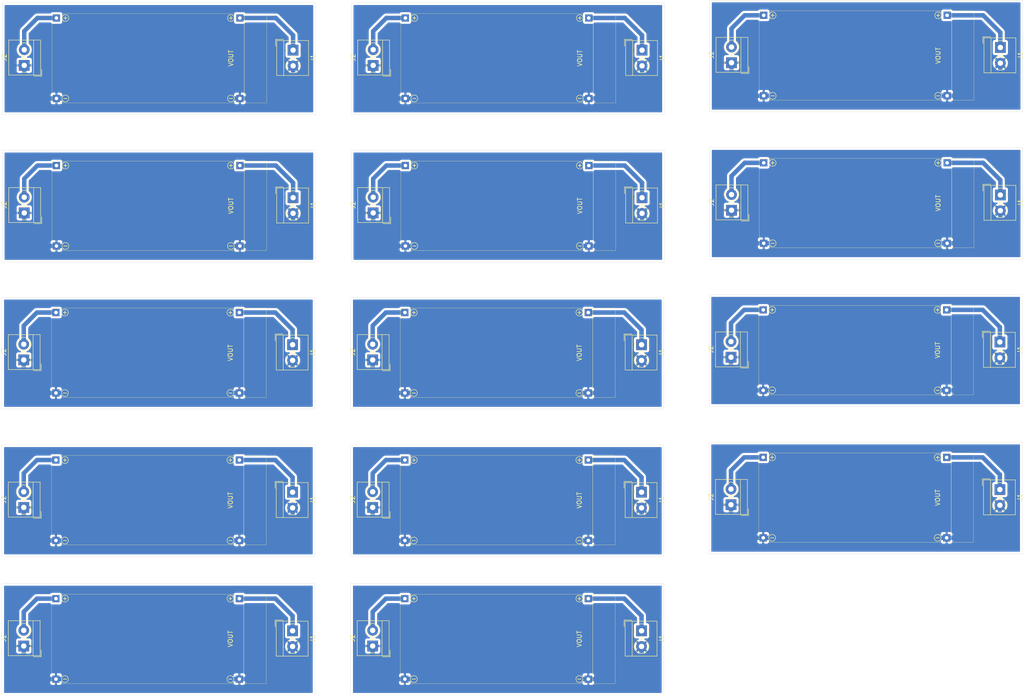
<source format=kicad_pcb>
(kicad_pcb (version 20240108) (generator "pcbnew") (generator_version "8.0")
  (layers (0 "F.Cu" signal) (31 "B.Cu" signal) (34 "B.Paste" user) (35 "F.Paste" user) (36 "B.SilkS" user "B.Silkscreen") (37 "F.SilkS" user "F.Silkscreen") (38 "B.Mask" user) (39 "F.Mask" user) (44 "Edge.Cuts" user))
  (net 0 "")
  (net 1 "Net-(J2-Pin_2)")
  (net 2 "Net-(J1-Pin_1)")
  (net 3 "GND")
  (footprint "TerminalBlock_4Ucon:TerminalBlock_4Ucon_1x02_P3.50mm_Horizontal" (layer "F.Cu") (at 82.9 93.2 -90)
    (property "Reference" "J1" (at 1.75 -4.46 90) (layer "F.SilkS"))
    (property "Value" "Screw_Terminal_01x02")
    (pad "1" thru_hole rect (at 0 0 270) (size 2.4 2.4) (drill 1.2) (layers "*.Cu" "*.Mask") (net 2 "Net-(J1-Pin_1)"))
    (pad "2" thru_hole circle (at 3.5 0 270) (size 2.4 2.4) (drill 1.2) (layers "*.Cu" "*.Mask") (net 3 "GND"))
  )
  (footprint "TerminalBlock_4Ucon:TerminalBlock_4Ucon_1x02_P3.50mm_Horizontal" (layer "F.Cu") (at 160.9 157.2 -90)
    (property "Reference" "J1" (at 1.75 -4.46 90) (layer "F.SilkS"))
    (property "Value" "Screw_Terminal_01x02")
    (pad "1" thru_hole rect (at 0 0 270) (size 2.4 2.4) (drill 1.2) (layers "*.Cu" "*.Mask") (net 2 "Net-(J1-Pin_1)"))
    (pad "2" thru_hole circle (at 3.5 0 270) (size 2.4 2.4) (drill 1.2) (layers "*.Cu" "*.Mask") (net 3 "GND"))
  )
  (footprint "RP2040-Zero:LM2596" (layer "F.Cu") (at 187.2125 51.5125)
    (property "Reference" "U1" (hide yes))
    (property "Value" "~" (hide yes))
    (fp_text user "+" (at 40 0.9365 0) (layer "F.SilkS"))
    (fp_text user "+" (at 3 0.9365 0) (layer "F.SilkS"))
    (fp_text user "VOUT" (at 40 10 -90) (layer "F.SilkS"))
    (fp_text user "-" (at 40 18.9365 0) (layer "F.SilkS"))
    (fp_text user "-" (at 3.004641 18.94 0) (layer "F.SilkS"))
    (pad "1" thru_hole rect (at 1 1 90) (size 1.6 1.6) (drill 0.8) (layers "*.Cu" "B.Mask") (net 1 "Net-(J2-Pin_2)"))
    (pad "2" thru_hole rect (at 1 19 90) (size 1.6 1.6) (drill 0.8) (layers "*.Cu" "B.Mask") (net 3 "GND"))
    (pad "3" thru_hole rect (at 42 1 90) (size 1.6 1.6) (drill 0.8) (layers "*.Cu" "B.Mask") (net 2 "Net-(J1-Pin_1)"))
    (pad "4" thru_hole rect (at 42 19 90) (size 1.6 1.6) (drill 0.8) (layers "*.Cu" "B.Mask") (net 3 "GND"))
  )
  (footprint "TerminalBlock_4Ucon:TerminalBlock_4Ucon_1x02_P3.50mm_Horizontal" (layer "F.Cu") (at 241 92.6 -90)
    (property "Reference" "J1" (at 1.75 -4.46 90) (layer "F.SilkS"))
    (property "Value" "Screw_Terminal_01x02")
    (pad "1" thru_hole rect (at 0 0 270) (size 2.4 2.4) (drill 1.2) (layers "*.Cu" "*.Mask") (net 2 "Net-(J1-Pin_1)"))
    (pad "2" thru_hole circle (at 3.5 0 270) (size 2.4 2.4) (drill 1.2) (layers "*.Cu" "*.Mask") (net 3 "GND"))
  )
  (footprint "RP2040-Zero:LM2596" (layer "F.Cu") (at 29.1125 52.1125)
    (property "Reference" "U1" (hide yes))
    (property "Value" "~" (hide yes))
    (fp_text user "+" (at 3 0.9365 0) (layer "F.SilkS"))
    (fp_text user "-" (at 40 18.9365 0) (layer "F.SilkS"))
    (fp_text user "-" (at 3.004641 18.94 0) (layer "F.SilkS"))
    (fp_text user "VOUT" (at 40 10 -90) (layer "F.SilkS"))
    (fp_text user "+" (at 40 0.9365 0) (layer "F.SilkS"))
    (pad "1" thru_hole rect (at 1 1 90) (size 1.6 1.6) (drill 0.8) (layers "*.Cu" "B.Mask") (net 1 "Net-(J2-Pin_2)"))
    (pad "2" thru_hole rect (at 1 19 90) (size 1.6 1.6) (drill 0.8) (layers "*.Cu" "B.Mask") (net 3 "GND"))
    (pad "3" thru_hole rect (at 42 1 90) (size 1.6 1.6) (drill 0.8) (layers "*.Cu" "B.Mask") (net 2 "Net-(J1-Pin_1)"))
    (pad "4" thru_hole rect (at 42 19 90) (size 1.6 1.6) (drill 0.8) (layers "*.Cu" "B.Mask") (net 3 "GND"))
  )
  (footprint "TerminalBlock_4Ucon:TerminalBlock_4Ucon_1x02_P3.50mm_Horizontal" (layer "F.Cu") (at 181.0125 63.1125 90)
    (property "Reference" "J2" (at 1.75 -4.46 90) (layer "F.SilkS"))
    (property "Value" "Screw_Terminal_01x02")
    (pad "1" thru_hole rect (at 0 0 90) (size 2.4 2.4) (drill 1.2) (layers "*.Cu" "*.Mask") (net 3 "GND"))
    (pad "2" thru_hole circle (at 3.5 0 90) (size 2.4 2.4) (drill 1.2) (layers "*.Cu" "*.Mask") (net 1 "Net-(J2-Pin_2)"))
  )
  (footprint "RP2040-Zero:LM2596" (layer "F.Cu") (at 29 85)
    (property "Reference" "U1" (hide yes))
    (property "Value" "~" (hide yes))
    (fp_text user "-" (at 40 18.9365 0) (layer "F.SilkS"))
    (fp_text user "+" (at 40 0.9365 0) (layer "F.SilkS"))
    (fp_text user "-" (at 3.004641 18.94 0) (layer "F.SilkS"))
    (fp_text user "+" (at 3 0.9365 0) (layer "F.SilkS"))
    (fp_text user "VOUT" (at 40 10 -90) (layer "F.SilkS"))
    (pad "1" thru_hole rect (at 1 1 90) (size 1.6 1.6) (drill 0.8) (layers "*.Cu" "B.Mask") (net 1 "Net-(J2-Pin_2)"))
    (pad "2" thru_hole rect (at 1 19 90) (size 1.6 1.6) (drill 0.8) (layers "*.Cu" "B.Mask") (net 3 "GND"))
    (pad "3" thru_hole rect (at 42 1 90) (size 1.6 1.6) (drill 0.8) (layers "*.Cu" "B.Mask") (net 2 "Net-(J1-Pin_1)"))
    (pad "4" thru_hole rect (at 42 19 90) (size 1.6 1.6) (drill 0.8) (layers "*.Cu" "B.Mask") (net 3 "GND"))
  )
  (footprint "TerminalBlock_4Ucon:TerminalBlock_4Ucon_1x02_P3.50mm_Horizontal" (layer "F.Cu") (at 241 125.6 -90)
    (property "Reference" "J1" (at 1.75 -4.46 90) (layer "F.SilkS"))
    (property "Value" "Screw_Terminal_01x02")
    (pad "1" thru_hole rect (at 0 0 270) (size 2.4 2.4) (drill 1.2) (layers "*.Cu" "*.Mask") (net 2 "Net-(J1-Pin_1)"))
    (pad "2" thru_hole circle (at 3.5 0 270) (size 2.4 2.4) (drill 1.2) (layers "*.Cu" "*.Mask") (net 3 "GND"))
  )
  (footprint "RP2040-Zero:LM2596" (layer "F.Cu") (at 29.1125 19.1125)
    (property "Reference" "U1" (hide yes))
    (property "Value" "~" (hide yes))
    (fp_text user "VOUT" (at 40 10 -90) (layer "F.SilkS"))
    (fp_text user "+" (at 3 0.9365 0) (layer "F.SilkS"))
    (fp_text user "-" (at 3.004641 18.94 0) (layer "F.SilkS"))
    (fp_text user "+" (at 40 0.9365 0) (layer "F.SilkS"))
    (fp_text user "-" (at 40 18.9365 0) (layer "F.SilkS"))
    (pad "1" thru_hole rect (at 1 1 90) (size 1.6 1.6) (drill 0.8) (layers "*.Cu" "B.Mask") (net 1 "Net-(J2-Pin_2)"))
    (pad "2" thru_hole rect (at 1 19 90) (size 1.6 1.6) (drill 0.8) (layers "*.Cu" "B.Mask") (net 3 "GND"))
    (pad "3" thru_hole rect (at 42 1 90) (size 1.6 1.6) (drill 0.8) (layers "*.Cu" "B.Mask") (net 2 "Net-(J1-Pin_1)"))
    (pad "4" thru_hole rect (at 42 19 90) (size 1.6 1.6) (drill 0.8) (layers "*.Cu" "B.Mask") (net 3 "GND"))
  )
  (footprint "TerminalBlock_4Ucon:TerminalBlock_4Ucon_1x02_P3.50mm_Horizontal" (layer "F.Cu") (at 83.0125 60.3125 -90)
    (property "Reference" "J1" (at 1.75 -4.46 90) (layer "F.SilkS"))
    (property "Value" "Screw_Terminal_01x02")
    (pad "1" thru_hole rect (at 0 0 270) (size 2.4 2.4) (drill 1.2) (layers "*.Cu" "*.Mask") (net 2 "Net-(J1-Pin_1)"))
    (pad "2" thru_hole circle (at 3.5 0 270) (size 2.4 2.4) (drill 1.2) (layers "*.Cu" "*.Mask") (net 3 "GND"))
  )
  (footprint "RP2040-Zero:LM2596" (layer "F.Cu") (at 187.2125 18.5125)
    (property "Reference" "U1" (hide yes))
    (property "Value" "~" (hide yes))
    (fp_text user "-" (at 40 18.9365 0) (layer "F.SilkS"))
    (fp_text user "VOUT" (at 40 10 -90) (layer "F.SilkS"))
    (fp_text user "-" (at 3.004641 18.94 0) (layer "F.SilkS"))
    (fp_text user "+" (at 40 0.9365 0) (layer "F.SilkS"))
    (fp_text user "+" (at 3 0.9365 0) (layer "F.SilkS"))
    (pad "1" thru_hole rect (at 1 1 90) (size 1.6 1.6) (drill 0.8) (layers "*.Cu" "B.Mask") (net 1 "Net-(J2-Pin_2)"))
    (pad "2" thru_hole rect (at 1 19 90) (size 1.6 1.6) (drill 0.8) (layers "*.Cu" "B.Mask") (net 3 "GND"))
    (pad "3" thru_hole rect (at 42 1 90) (size 1.6 1.6) (drill 0.8) (layers "*.Cu" "B.Mask") (net 2 "Net-(J1-Pin_1)"))
    (pad "4" thru_hole rect (at 42 19 90) (size 1.6 1.6) (drill 0.8) (layers "*.Cu" "B.Mask") (net 3 "GND"))
  )
  (footprint "RP2040-Zero:LM2596" (layer "F.Cu") (at 107 118)
    (property "Reference" "U1" (hide yes))
    (property "Value" "~" (hide yes))
    (fp_text user "VOUT" (at 40 10 -90) (layer "F.SilkS"))
    (fp_text user "-" (at 40 18.9365 0) (layer "F.SilkS"))
    (fp_text user "+" (at 3 0.9365 0) (layer "F.SilkS"))
    (fp_text user "-" (at 3.004641 18.94 0) (layer "F.SilkS"))
    (fp_text user "+" (at 40 0.9365 0) (layer "F.SilkS"))
    (pad "1" thru_hole rect (at 1 1 90) (size 1.6 1.6) (drill 0.8) (layers "*.Cu" "B.Mask") (net 1 "Net-(J2-Pin_2)"))
    (pad "2" thru_hole rect (at 1 19 90) (size 1.6 1.6) (drill 0.8) (layers "*.Cu" "B.Mask") (net 3 "GND"))
    (pad "3" thru_hole rect (at 42 1 90) (size 1.6 1.6) (drill 0.8) (layers "*.Cu" "B.Mask") (net 2 "Net-(J1-Pin_1)"))
    (pad "4" thru_hole rect (at 42 19 90) (size 1.6 1.6) (drill 0.8) (layers "*.Cu" "B.Mask") (net 3 "GND"))
  )
  (footprint "TerminalBlock_4Ucon:TerminalBlock_4Ucon_1x02_P3.50mm_Horizontal" (layer "F.Cu") (at 22.8 129.6 90)
    (property "Reference" "J2" (at 1.75 -4.46 90) (layer "F.SilkS"))
    (property "Value" "Screw_Terminal_01x02")
    (pad "1" thru_hole rect (at 0 0 90) (size 2.4 2.4) (drill 1.2) (layers "*.Cu" "*.Mask") (net 3 "GND"))
    (pad "2" thru_hole circle (at 3.5 0 90) (size 2.4 2.4) (drill 1.2) (layers "*.Cu" "*.Mask") (net 1 "Net-(J2-Pin_2)"))
  )
  (footprint "RP2040-Zero:LM2596" (layer "F.Cu") (at 187.1 117.4)
    (property "Reference" "U1" (hide yes))
    (property "Value" "~" (hide yes))
    (fp_text user "+" (at 3 0.9365 0) (layer "F.SilkS"))
    (fp_text user "-" (at 40 18.9365 0) (layer "F.SilkS"))
    (fp_text user "-" (at 3.004641 18.94 0) (layer "F.SilkS"))
    (fp_text user "VOUT" (at 40 10 -90) (layer "F.SilkS"))
    (fp_text user "+" (at 40 0.9365 0) (layer "F.SilkS"))
    (pad "1" thru_hole rect (at 1 1 90) (size 1.6 1.6) (drill 0.8) (layers "*.Cu" "B.Mask") (net 1 "Net-(J2-Pin_2)"))
    (pad "2" thru_hole rect (at 1 19 90) (size 1.6 1.6) (drill 0.8) (layers "*.Cu" "B.Mask") (net 3 "GND"))
    (pad "3" thru_hole rect (at 42 1 90) (size 1.6 1.6) (drill 0.8) (layers "*.Cu" "B.Mask") (net 2 "Net-(J1-Pin_1)"))
    (pad "4" thru_hole rect (at 42 19 90) (size 1.6 1.6) (drill 0.8) (layers "*.Cu" "B.Mask") (net 3 "GND"))
  )
  (footprint "TerminalBlock_4Ucon:TerminalBlock_4Ucon_1x02_P3.50mm_Horizontal" (layer "F.Cu") (at 100.9125 30.7125 90)
    (property "Reference" "J2" (at 1.75 -4.46 90) (layer "F.SilkS"))
    (property "Value" "Screw_Terminal_01x02")
    (pad "1" thru_hole rect (at 0 0 90) (size 2.4 2.4) (drill 1.2) (layers "*.Cu" "*.Mask") (net 3 "GND"))
    (pad "2" thru_hole circle (at 3.5 0 90) (size 2.4 2.4) (drill 1.2) (layers "*.Cu" "*.Mask") (net 1 "Net-(J2-Pin_2)"))
  )
  (footprint "TerminalBlock_4Ucon:TerminalBlock_4Ucon_1x02_P3.50mm_Horizontal" (layer "F.Cu") (at 82.9 126.2 -90)
    (property "Reference" "J1" (at 1.75 -4.46 90) (layer "F.SilkS"))
    (property "Value" "Screw_Terminal_01x02")
    (pad "1" thru_hole rect (at 0 0 270) (size 2.4 2.4) (drill 1.2) (layers "*.Cu" "*.Mask") (net 2 "Net-(J1-Pin_1)"))
    (pad "2" thru_hole circle (at 3.5 0 270) (size 2.4 2.4) (drill 1.2) (layers "*.Cu" "*.Mask") (net 3 "GND"))
  )
  (footprint "TerminalBlock_4Ucon:TerminalBlock_4Ucon_1x02_P3.50mm_Horizontal" (layer "F.Cu") (at 241.1125 26.7125 -90)
    (property "Reference" "J1" (at 1.75 -4.46 90) (layer "F.SilkS"))
    (property "Value" "Screw_Terminal_01x02")
    (pad "1" thru_hole rect (at 0 0 270) (size 2.4 2.4) (drill 1.2) (layers "*.Cu" "*.Mask") (net 2 "Net-(J1-Pin_1)"))
    (pad "2" thru_hole circle (at 3.5 0 270) (size 2.4 2.4) (drill 1.2) (layers "*.Cu" "*.Mask") (net 3 "GND"))
  )
  (footprint "TerminalBlock_4Ucon:TerminalBlock_4Ucon_1x02_P3.50mm_Horizontal" (layer "F.Cu") (at 181.0125 30.1125 90)
    (property "Reference" "J2" (at 1.75 -4.46 90) (layer "F.SilkS"))
    (property "Value" "Screw_Terminal_01x02")
    (pad "1" thru_hole rect (at 0 0 90) (size 2.4 2.4) (drill 1.2) (layers "*.Cu" "*.Mask") (net 3 "GND"))
    (pad "2" thru_hole circle (at 3.5 0 90) (size 2.4 2.4) (drill 1.2) (layers "*.Cu" "*.Mask") (net 1 "Net-(J2-Pin_2)"))
  )
  (footprint "RP2040-Zero:LM2596" (layer "F.Cu") (at 29 118)
    (property "Reference" "U1" (hide yes))
    (property "Value" "~" (hide yes))
    (fp_text user "VOUT" (at 40 10 -90) (layer "F.SilkS"))
    (fp_text user "-" (at 40 18.9365 0) (layer "F.SilkS"))
    (fp_text user "-" (at 3.004641 18.94 0) (layer "F.SilkS"))
    (fp_text user "+" (at 40 0.9365 0) (layer "F.SilkS"))
    (fp_text user "+" (at 3 0.9365 0) (layer "F.SilkS"))
    (pad "1" thru_hole rect (at 1 1 90) (size 1.6 1.6) (drill 0.8) (layers "*.Cu" "B.Mask") (net 1 "Net-(J2-Pin_2)"))
    (pad "2" thru_hole rect (at 1 19 90) (size 1.6 1.6) (drill 0.8) (layers "*.Cu" "B.Mask") (net 3 "GND"))
    (pad "3" thru_hole rect (at 42 1 90) (size 1.6 1.6) (drill 0.8) (layers "*.Cu" "B.Mask") (net 2 "Net-(J1-Pin_1)"))
    (pad "4" thru_hole rect (at 42 19 90) (size 1.6 1.6) (drill 0.8) (layers "*.Cu" "B.Mask") (net 3 "GND"))
  )
  (footprint "RP2040-Zero:LM2596" (layer "F.Cu") (at 29 149)
    (property "Reference" "U1" (hide yes))
    (property "Value" "~" (hide yes))
    (fp_text user "-" (at 3.004641 18.94 0) (layer "F.SilkS"))
    (fp_text user "+" (at 3 0.9365 0) (layer "F.SilkS"))
    (fp_text user "+" (at 40 0.9365 0) (layer "F.SilkS"))
    (fp_text user "-" (at 40 18.9365 0) (layer "F.SilkS"))
    (fp_text user "VOUT" (at 40 10 -90) (layer "F.SilkS"))
    (pad "1" thru_hole rect (at 1 1 90) (size 1.6 1.6) (drill 0.8) (layers "*.Cu" "B.Mask") (net 1 "Net-(J2-Pin_2)"))
    (pad "2" thru_hole rect (at 1 19 90) (size 1.6 1.6) (drill 0.8) (layers "*.Cu" "B.Mask") (net 3 "GND"))
    (pad "3" thru_hole rect (at 42 1 90) (size 1.6 1.6) (drill 0.8) (layers "*.Cu" "B.Mask") (net 2 "Net-(J1-Pin_1)"))
    (pad "4" thru_hole rect (at 42 19 90) (size 1.6 1.6) (drill 0.8) (layers "*.Cu" "B.Mask") (net 3 "GND"))
  )
  (footprint "RP2040-Zero:LM2596" (layer "F.Cu") (at 187.1 84.4)
    (property "Reference" "U1" (hide yes))
    (property "Value" "~" (hide yes))
    (fp_text user "+" (at 3 0.9365 0) (layer "F.SilkS"))
    (fp_text user "VOUT" (at 40 10 -90) (layer "F.SilkS"))
    (fp_text user "-" (at 40 18.9365 0) (layer "F.SilkS"))
    (fp_text user "+" (at 40 0.9365 0) (layer "F.SilkS"))
    (fp_text user "-" (at 3.004641 18.94 0) (layer "F.SilkS"))
    (pad "1" thru_hole rect (at 1 1 90) (size 1.6 1.6) (drill 0.8) (layers "*.Cu" "B.Mask") (net 1 "Net-(J2-Pin_2)"))
    (pad "2" thru_hole rect (at 1 19 90) (size 1.6 1.6) (drill 0.8) (layers "*.Cu" "B.Mask") (net 3 "GND"))
    (pad "3" thru_hole rect (at 42 1 90) (size 1.6 1.6) (drill 0.8) (layers "*.Cu" "B.Mask") (net 2 "Net-(J1-Pin_1)"))
    (pad "4" thru_hole rect (at 42 19 90) (size 1.6 1.6) (drill 0.8) (layers "*.Cu" "B.Mask") (net 3 "GND"))
  )
  (footprint "TerminalBlock_4Ucon:TerminalBlock_4Ucon_1x02_P3.50mm_Horizontal" (layer "F.Cu") (at 22.8 160.6 90)
    (property "Reference" "J2" (at 1.75 -4.46 90) (layer "F.SilkS"))
    (property "Value" "Screw_Terminal_01x02")
    (pad "1" thru_hole rect (at 0 0 90) (size 2.4 2.4) (drill 1.2) (layers "*.Cu" "*.Mask") (net 3 "GND"))
    (pad "2" thru_hole circle (at 3.5 0 90) (size 2.4 2.4) (drill 1.2) (layers "*.Cu" "*.Mask") (net 1 "Net-(J2-Pin_2)"))
  )
  (footprint "TerminalBlock_4Ucon:TerminalBlock_4Ucon_1x02_P3.50mm_Horizontal" (layer "F.Cu") (at 180.9 129 90)
    (property "Reference" "J2" (at 1.75 -4.46 90) (layer "F.SilkS"))
    (property "Value" "Screw_Terminal_01x02")
    (pad "1" thru_hole rect (at 0 0 90) (size 2.4 2.4) (drill 1.2) (layers "*.Cu" "*.Mask") (net 3 "GND"))
    (pad "2" thru_hole circle (at 3.5 0 90) (size 2.4 2.4) (drill 1.2) (layers "*.Cu" "*.Mask") (net 1 "Net-(J2-Pin_2)"))
  )
  (footprint "TerminalBlock_4Ucon:TerminalBlock_4Ucon_1x02_P3.50mm_Horizontal" (layer "F.Cu") (at 241.1125 59.7125 -90)
    (property "Reference" "J1" (at 1.75 -4.46 90) (layer "F.SilkS"))
    (property "Value" "Screw_Terminal_01x02")
    (pad "1" thru_hole rect (at 0 0 270) (size 2.4 2.4) (drill 1.2) (layers "*.Cu" "*.Mask") (net 2 "Net-(J1-Pin_1)"))
    (pad "2" thru_hole circle (at 3.5 0 270) (size 2.4 2.4) (drill 1.2) (layers "*.Cu" "*.Mask") (net 3 "GND"))
  )
  (footprint "TerminalBlock_4Ucon:TerminalBlock_4Ucon_1x02_P3.50mm_Horizontal" (layer "F.Cu") (at 161.0125 60.3125 -90)
    (property "Reference" "J1" (at 1.75 -4.46 90) (layer "F.SilkS"))
    (property "Value" "Screw_Terminal_01x02")
    (pad "1" thru_hole rect (at 0 0 270) (size 2.4 2.4) (drill 1.2) (layers "*.Cu" "*.Mask") (net 2 "Net-(J1-Pin_1)"))
    (pad "2" thru_hole circle (at 3.5 0 270) (size 2.4 2.4) (drill 1.2) (layers "*.Cu" "*.Mask") (net 3 "GND"))
  )
  (footprint "TerminalBlock_4Ucon:TerminalBlock_4Ucon_1x02_P3.50mm_Horizontal" (layer "F.Cu") (at 100.8 129.6 90)
    (property "Reference" "J2" (at 1.75 -4.46 90) (layer "F.SilkS"))
    (property "Value" "Screw_Terminal_01x02")
    (pad "1" thru_hole rect (at 0 0 90) (size 2.4 2.4) (drill 1.2) (layers "*.Cu" "*.Mask") (net 3 "GND"))
    (pad "2" thru_hole circle (at 3.5 0 90) (size 2.4 2.4) (drill 1.2) (layers "*.Cu" "*.Mask") (net 1 "Net-(J2-Pin_2)"))
  )
  (footprint "RP2040-Zero:LM2596" (layer "F.Cu") (at 107 149)
    (property "Reference" "U1" (hide yes))
    (property "Value" "~" (hide yes))
    (fp_text user "-" (at 40 18.9365 0) (layer "F.SilkS"))
    (fp_text user "VOUT" (at 40 10 -90) (layer "F.SilkS"))
    (fp_text user "-" (at 3.004641 18.94 0) (layer "F.SilkS"))
    (fp_text user "+" (at 3 0.9365 0) (layer "F.SilkS"))
    (fp_text user "+" (at 40 0.9365 0) (layer "F.SilkS"))
    (pad "1" thru_hole rect (at 1 1 90) (size 1.6 1.6) (drill 0.8) (layers "*.Cu" "B.Mask") (net 1 "Net-(J2-Pin_2)"))
    (pad "2" thru_hole rect (at 1 19 90) (size 1.6 1.6) (drill 0.8) (layers "*.Cu" "B.Mask") (net 3 "GND"))
    (pad "3" thru_hole rect (at 42 1 90) (size 1.6 1.6) (drill 0.8) (layers "*.Cu" "B.Mask") (net 2 "Net-(J1-Pin_1)"))
    (pad "4" thru_hole rect (at 42 19 90) (size 1.6 1.6) (drill 0.8) (layers "*.Cu" "B.Mask") (net 3 "GND"))
  )
  (footprint "TerminalBlock_4Ucon:TerminalBlock_4Ucon_1x02_P3.50mm_Horizontal" (layer "F.Cu") (at 180.9 96 90)
    (property "Reference" "J2" (at 1.75 -4.46 90) (layer "F.SilkS"))
    (property "Value" "Screw_Terminal_01x02")
    (pad "1" thru_hole rect (at 0 0 90) (size 2.4 2.4) (drill 1.2) (layers "*.Cu" "*.Mask") (net 3 "GND"))
    (pad "2" thru_hole circle (at 3.5 0 90) (size 2.4 2.4) (drill 1.2) (layers "*.Cu" "*.Mask") (net 1 "Net-(J2-Pin_2)"))
  )
  (footprint "RP2040-Zero:LM2596" (layer "F.Cu") (at 107.1125 52.1125)
    (property "Reference" "U1" (hide yes))
    (property "Value" "~" (hide yes))
    (fp_text user "VOUT" (at 40 10 -90) (layer "F.SilkS"))
    (fp_text user "-" (at 3.004641 18.94 0) (layer "F.SilkS"))
    (fp_text user "+" (at 40 0.9365 0) (layer "F.SilkS"))
    (fp_text user "+" (at 3 0.9365 0) (layer "F.SilkS"))
    (fp_text user "-" (at 40 18.9365 0) (layer "F.SilkS"))
    (pad "1" thru_hole rect (at 1 1 90) (size 1.6 1.6) (drill 0.8) (layers "*.Cu" "B.Mask") (net 1 "Net-(J2-Pin_2)"))
    (pad "2" thru_hole rect (at 1 19 90) (size 1.6 1.6) (drill 0.8) (layers "*.Cu" "B.Mask") (net 3 "GND"))
    (pad "3" thru_hole rect (at 42 1 90) (size 1.6 1.6) (drill 0.8) (layers "*.Cu" "B.Mask") (net 2 "Net-(J1-Pin_1)"))
    (pad "4" thru_hole rect (at 42 19 90) (size 1.6 1.6) (drill 0.8) (layers "*.Cu" "B.Mask") (net 3 "GND"))
  )
  (footprint "TerminalBlock_4Ucon:TerminalBlock_4Ucon_1x02_P3.50mm_Horizontal" (layer "F.Cu") (at 22.9125 63.7125 90)
    (property "Reference" "J2" (at 1.75 -4.46 90) (layer "F.SilkS"))
    (property "Value" "Screw_Terminal_01x02")
    (pad "1" thru_hole rect (at 0 0 90) (size 2.4 2.4) (drill 1.2) (layers "*.Cu" "*.Mask") (net 3 "GND"))
    (pad "2" thru_hole circle (at 3.5 0 90) (size 2.4 2.4) (drill 1.2) (layers "*.Cu" "*.Mask") (net 1 "Net-(J2-Pin_2)"))
  )
  (footprint "TerminalBlock_4Ucon:TerminalBlock_4Ucon_1x02_P3.50mm_Horizontal" (layer "F.Cu") (at 100.8 96.6 90)
    (property "Reference" "J2" (at 1.75 -4.46 90) (layer "F.SilkS"))
    (property "Value" "Screw_Terminal_01x02")
    (pad "1" thru_hole rect (at 0 0 90) (size 2.4 2.4) (drill 1.2) (layers "*.Cu" "*.Mask") (net 3 "GND"))
    (pad "2" thru_hole circle (at 3.5 0 90) (size 2.4 2.4) (drill 1.2) (layers "*.Cu" "*.Mask") (net 1 "Net-(J2-Pin_2)"))
  )
  (footprint "TerminalBlock_4Ucon:TerminalBlock_4Ucon_1x02_P3.50mm_Horizontal" (layer "F.Cu") (at 100.8 160.6 90)
    (property "Reference" "J2" (at 1.75 -4.46 90) (layer "F.SilkS"))
    (property "Value" "Screw_Terminal_01x02")
    (pad "1" thru_hole rect (at 0 0 90) (size 2.4 2.4) (drill 1.2) (layers "*.Cu" "*.Mask") (net 3 "GND"))
    (pad "2" thru_hole circle (at 3.5 0 90) (size 2.4 2.4) (drill 1.2) (layers "*.Cu" "*.Mask") (net 1 "Net-(J2-Pin_2)"))
  )
  (footprint "TerminalBlock_4Ucon:TerminalBlock_4Ucon_1x02_P3.50mm_Horizontal" (layer "F.Cu") (at 82.9 157.2 -90)
    (property "Reference" "J1" (at 1.75 -4.46 90) (layer "F.SilkS"))
    (property "Value" "Screw_Terminal_01x02")
    (pad "1" thru_hole rect (at 0 0 270) (size 2.4 2.4) (drill 1.2) (layers "*.Cu" "*.Mask") (net 2 "Net-(J1-Pin_1)"))
    (pad "2" thru_hole circle (at 3.5 0 270) (size 2.4 2.4) (drill 1.2) (layers "*.Cu" "*.Mask") (net 3 "GND"))
  )
  (footprint "TerminalBlock_4Ucon:TerminalBlock_4Ucon_1x02_P3.50mm_Horizontal" (layer "F.Cu") (at 160.9 93.2 -90)
    (property "Reference" "J1" (at 1.75 -4.46 90) (layer "F.SilkS"))
    (property "Value" "Screw_Terminal_01x02")
    (pad "1" thru_hole rect (at 0 0 270) (size 2.4 2.4) (drill 1.2) (layers "*.Cu" "*.Mask") (net 2 "Net-(J1-Pin_1)"))
    (pad "2" thru_hole circle (at 3.5 0 270) (size 2.4 2.4) (drill 1.2) (layers "*.Cu" "*.Mask") (net 3 "GND"))
  )
  (footprint "TerminalBlock_4Ucon:TerminalBlock_4Ucon_1x02_P3.50mm_Horizontal" (layer "F.Cu") (at 22.8 96.6 90)
    (property "Reference" "J2" (at 1.75 -4.46 90) (layer "F.SilkS"))
    (property "Value" "Screw_Terminal_01x02")
    (pad "1" thru_hole rect (at 0 0 90) (size 2.4 2.4) (drill 1.2) (layers "*.Cu" "*.Mask") (net 3 "GND"))
    (pad "2" thru_hole circle (at 3.5 0 90) (size 2.4 2.4) (drill 1.2) (layers "*.Cu" "*.Mask") (net 1 "Net-(J2-Pin_2)"))
  )
  (footprint "TerminalBlock_4Ucon:TerminalBlock_4Ucon_1x02_P3.50mm_Horizontal" (layer "F.Cu") (at 22.9125 30.7125 90)
    (property "Reference" "J2" (at 1.75 -4.46 90) (layer "F.SilkS"))
    (property "Value" "Screw_Terminal_01x02")
    (pad "1" thru_hole rect (at 0 0 90) (size 2.4 2.4) (drill 1.2) (layers "*.Cu" "*.Mask") (net 3 "GND"))
    (pad "2" thru_hole circle (at 3.5 0 90) (size 2.4 2.4) (drill 1.2) (layers "*.Cu" "*.Mask") (net 1 "Net-(J2-Pin_2)"))
  )
  (footprint "TerminalBlock_4Ucon:TerminalBlock_4Ucon_1x02_P3.50mm_Horizontal" (layer "F.Cu") (at 83.0125 27.3125 -90)
    (property "Reference" "J1" (at 1.75 -4.46 90) (layer "F.SilkS"))
    (property "Value" "Screw_Terminal_01x02")
    (pad "1" thru_hole rect (at 0 0 270) (size 2.4 2.4) (drill 1.2) (layers "*.Cu" "*.Mask") (net 2 "Net-(J1-Pin_1)"))
    (pad "2" thru_hole circle (at 3.5 0 270) (size 2.4 2.4) (drill 1.2) (layers "*.Cu" "*.Mask") (net 3 "GND"))
  )
  (footprint "TerminalBlock_4Ucon:TerminalBlock_4Ucon_1x02_P3.50mm_Horizontal" (layer "F.Cu") (at 161.0125 27.3125 -90)
    (property "Reference" "J1" (at 1.75 -4.46 90) (layer "F.SilkS"))
    (property "Value" "Screw_Terminal_01x02")
    (pad "1" thru_hole rect (at 0 0 270) (size 2.4 2.4) (drill 1.2) (layers "*.Cu" "*.Mask") (net 2 "Net-(J1-Pin_1)"))
    (pad "2" thru_hole circle (at 3.5 0 270) (size 2.4 2.4) (drill 1.2) (layers "*.Cu" "*.Mask") (net 3 "GND"))
  )
  (footprint "RP2040-Zero:LM2596" (layer "F.Cu") (at 107 85)
    (property "Reference" "U1" (hide yes))
    (property "Value" "~" (hide yes))
    (fp_text user "VOUT" (at 40 10 -90) (layer "F.SilkS"))
    (fp_text user "-" (at 40 18.9365 0) (layer "F.SilkS"))
    (fp_text user "+" (at 40 0.9365 0) (layer "F.SilkS"))
    (fp_text user "-" (at 3.004641 18.94 0) (layer "F.SilkS"))
    (fp_text user "+" (at 3 0.9365 0) (layer "F.SilkS"))
    (pad "1" thru_hole rect (at 1 1 90) (size 1.6 1.6) (drill 0.8) (layers "*.Cu" "B.Mask") (net 1 "Net-(J2-Pin_2)"))
    (pad "2" thru_hole rect (at 1 19 90) (size 1.6 1.6) (drill 0.8) (layers "*.Cu" "B.Mask") (net 3 "GND"))
    (pad "3" thru_hole rect (at 42 1 90) (size 1.6 1.6) (drill 0.8) (layers "*.Cu" "B.Mask") (net 2 "Net-(J1-Pin_1)"))
    (pad "4" thru_hole rect (at 42 19 90) (size 1.6 1.6) (drill 0.8) (layers "*.Cu" "B.Mask") (net 3 "GND"))
  )
  (footprint "TerminalBlock_4Ucon:TerminalBlock_4Ucon_1x02_P3.50mm_Horizontal" (layer "F.Cu") (at 160.9 126.2 -90)
    (property "Reference" "J1" (at 1.75 -4.46 90) (layer "F.SilkS"))
    (property "Value" "Screw_Terminal_01x02")
    (pad "1" thru_hole rect (at 0 0 270) (size 2.4 2.4) (drill 1.2) (layers "*.Cu" "*.Mask") (net 2 "Net-(J1-Pin_1)"))
    (pad "2" thru_hole circle (at 3.5 0 270) (size 2.4 2.4) (drill 1.2) (layers "*.Cu" "*.Mask") (net 3 "GND"))
  )
  (footprint "RP2040-Zero:LM2596" (layer "F.Cu") (at 107.1125 19.1125)
    (property "Reference" "U1" (hide yes))
    (property "Value" "~" (hide yes))
    (fp_text user "-" (at 3.004641 18.94 0) (layer "F.SilkS"))
    (fp_text user "+" (at 3 0.9365 0) (layer "F.SilkS"))
    (fp_text user "VOUT" (at 40 10 -90) (layer "F.SilkS"))
    (fp_text user "+" (at 40 0.9365 0) (layer "F.SilkS"))
    (fp_text user "-" (at 40 18.9365 0) (layer "F.SilkS"))
    (pad "1" thru_hole rect (at 1 1 90) (size 1.6 1.6) (drill 0.8) (layers "*.Cu" "B.Mask") (net 1 "Net-(J2-Pin_2)"))
    (pad "2" thru_hole rect (at 1 19 90) (size 1.6 1.6) (drill 0.8) (layers "*.Cu" "B.Mask") (net 3 "GND"))
    (pad "3" thru_hole rect (at 42 1 90) (size 1.6 1.6) (drill 0.8) (layers "*.Cu" "B.Mask") (net 2 "Net-(J1-Pin_1)"))
    (pad "4" thru_hole rect (at 42 19 90) (size 1.6 1.6) (drill 0.8) (layers "*.Cu" "B.Mask") (net 3 "GND"))
  )
  (footprint "TerminalBlock_4Ucon:TerminalBlock_4Ucon_1x02_P3.50mm_Horizontal" (layer "F.Cu") (at 100.9125 63.7125 90)
    (property "Reference" "J2" (at 1.75 -4.46 90) (layer "F.SilkS"))
    (property "Value" "Screw_Terminal_01x02")
    (pad "1" thru_hole rect (at 0 0 90) (size 2.4 2.4) (drill 1.2) (layers "*.Cu" "*.Mask") (net 3 "GND"))
    (pad "2" thru_hole circle (at 3.5 0 90) (size 2.4 2.4) (drill 1.2) (layers "*.Cu" "*.Mask") (net 1 "Net-(J2-Pin_2)"))
  )
  (gr_rect (start 176.1125 16.1125) (end 246.1125 41.1125) (stroke (width 0.05)) (fill none) (layer "Edge.Cuts"))
  (gr_rect (start 176 82) (end 246 107) (stroke (width 0.05)) (fill none) (layer "Edge.Cuts"))
  (gr_rect (start 18.0125 16.7125) (end 88.0125 41.7125) (stroke (width 0.05)) (fill none) (layer "Edge.Cuts"))
  (gr_rect (start 96.0125 16.7125) (end 166.0125 41.7125) (stroke (width 0.05)) (fill none) (layer "Edge.Cuts"))
  (gr_rect (start 18.0125 49.7125) (end 88.0125 74.7125) (stroke (width 0.05)) (fill none) (layer "Edge.Cuts"))
  (gr_rect (start 176 115) (end 246 140) (stroke (width 0.05)) (fill none) (layer "Edge.Cuts"))
  (gr_rect (start 17.9 82.6) (end 87.9 107.6) (stroke (width 0.05)) (fill none) (layer "Edge.Cuts"))
  (gr_rect (start 17.9 146.6) (end 87.9 171.6) (stroke (width 0.05)) (fill none) (layer "Edge.Cuts"))
  (gr_rect (start 95.9 115.6) (end 165.9 140.6) (stroke (width 0.05)) (fill none) (layer "Edge.Cuts"))
  (gr_rect (start 95.9 146.6) (end 165.9 171.6) (stroke (width 0.05)) (fill none) (layer "Edge.Cuts"))
  (gr_rect (start 176.1125 49.1125) (end 246.1125 74.1125) (stroke (width 0.05)) (fill none) (layer "Edge.Cuts"))
  (gr_rect (start 95.9 82.6) (end 165.9 107.6) (stroke (width 0.05)) (fill none) (layer "Edge.Cuts"))
  (gr_rect (start 96.0125 49.7125) (end 166.0125 74.7125) (stroke (width 0.05)) (fill none) (layer "Edge.Cuts"))
  (gr_rect (start 17.9 115.6) (end 87.9 140.6) (stroke (width 0.05)) (fill none) (layer "Edge.Cuts"))
  (segment (start 180.9 92.5) (end 180.9 88.35) (width 1) (layer "B.Cu") (net 1))
  (segment (start 100.8 121.95) (end 103.75 119) (width 1) (layer "B.Cu") (net 1))
  (segment (start 103.75 86) (end 108 86) (width 1) (layer "B.Cu") (net 1))
  (segment (start 22.8 126.1) (end 22.8 121.95) (width 1) (layer "B.Cu") (net 1))
  (segment (start 22.8 93.1) (end 22.8 88.95) (width 1) (layer "B.Cu") (net 1))
  (segment (start 22.9125 56.0625) (end 25.8625 53.1125) (width 1) (layer "B.Cu") (net 1))
  (segment (start 103.75 150) (end 108 150) (width 1) (layer "B.Cu") (net 1))
  (segment (start 100.8 157.1) (end 100.8 152.95) (width 1) (layer "B.Cu") (net 1))
  (segment (start 100.8 152.95) (end 103.75 150) (width 1) (layer "B.Cu") (net 1))
  (segment (start 183.85 118.4) (end 188.1 118.4) (width 1) (layer "B.Cu") (net 1))
  (segment (start 25.75 86) (end 30 86) (width 1) (layer "B.Cu") (net 1))
  (segment (start 181.0125 59.6125) (end 181.0125 55.4625) (width 1) (layer "B.Cu") (net 1))
  (segment (start 22.9125 27.2125) (end 22.9125 23.0625) (width 1) (layer "B.Cu") (net 1))
  (segment (start 100.9125 23.0625) (end 103.8625 20.1125) (width 1) (layer "B.Cu") (net 1))
  (segment (start 25.75 119) (end 30 119) (width 1) (layer "B.Cu") (net 1))
  (segment (start 25.75 150) (end 30 150) (width 1) (layer "B.Cu") (net 1))
  (segment (start 181.0125 22.4625) (end 183.9625 19.5125) (width 1) (layer "B.Cu") (net 1))
  (segment (start 181.0125 22.4625) (end 181.0125 26.6125) (width 1) (layer "B.Cu") (net 1))
  (segment (start 22.9125 60.2125) (end 22.9125 56.0625) (width 1) (layer "B.Cu") (net 1))
  (segment (start 100.8 93.1) (end 100.8 88.95) (width 1) (layer "B.Cu") (net 1))
  (segment (start 183.85 85.4) (end 188.1 85.4) (width 1) (layer "B.Cu") (net 1))
  (segment (start 188.2125 19.5125) (end 183.9625 19.5125) (width 1) (layer "B.Cu") (net 1))
  (segment (start 100.9125 27.2125) (end 100.9125 23.0625) (width 1) (layer "B.Cu") (net 1))
  (segment (start 22.8 152.95) (end 25.75 150) (width 1) (layer "B.Cu") (net 1))
  (segment (start 100.9125 56.0625) (end 103.8625 53.1125) (width 1) (layer "B.Cu") (net 1))
  (segment (start 103.8625 20.1125) (end 108.1125 20.1125) (width 1) (layer "B.Cu") (net 1))
  (segment (start 25.8625 53.1125) (end 30.1125 53.1125) (width 1) (layer "B.Cu") (net 1))
  (segment (start 180.9 121.35) (end 183.85 118.4) (width 1) (layer "B.Cu") (net 1))
  (segment (start 180.9 88.35) (end 183.85 85.4) (width 1) (layer "B.Cu") (net 1))
  (segment (start 22.8 121.95) (end 25.75 119) (width 1) (layer "B.Cu") (net 1))
  (segment (start 22.8 157.1) (end 22.8 152.95) (width 1) (layer "B.Cu") (net 1))
  (segment (start 22.8 88.95) (end 25.75 86) (width 1) (layer "B.Cu") (net 1))
  (segment (start 183.9625 52.5125) (end 188.2125 52.5125) (width 1) (layer "B.Cu") (net 1))
  (segment (start 100.8 126.1) (end 100.8 121.95) (width 1) (layer "B.Cu") (net 1))
  (segment (start 100.9125 60.2125) (end 100.9125 56.0625) (width 1) (layer "B.Cu") (net 1))
  (segment (start 181.0125 55.4625) (end 183.9625 52.5125) (width 1) (layer "B.Cu") (net 1))
  (segment (start 25.8625 20.1125) (end 30.1125 20.1125) (width 1) (layer "B.Cu") (net 1))
  (segment (start 22.9125 23.0625) (end 25.8625 20.1125) (width 1) (layer "B.Cu") (net 1))
  (segment (start 103.8625 53.1125) (end 108.1125 53.1125) (width 1) (layer "B.Cu") (net 1))
  (segment (start 100.8 88.95) (end 103.75 86) (width 1) (layer "B.Cu") (net 1))
  (segment (start 180.9 125.5) (end 180.9 121.35) (width 1) (layer "B.Cu") (net 1))
  (segment (start 103.75 119) (end 108 119) (width 1) (layer "B.Cu") (net 1))
  (segment (start 149.1125 20.1125) (end 157.1625 20.1125) (width 1) (layer "B.Cu") (net 2))
  (segment (start 237.15 85.4) (end 241 89.25) (width 1) (layer "B.Cu") (net 2))
  (segment (start 160.9 153.85) (end 160.9 157.2) (width 1) (layer "B.Cu") (net 2))
  (segment (start 229.1 85.4) (end 237.15 85.4) (width 1) (layer "B.Cu") (net 2))
  (segment (start 149 150) (end 157.05 150) (width 1) (layer "B.Cu") (net 2))
  (segment (start 79.05 150) (end 82.9 153.85) (width 1) (layer "B.Cu") (net 2))
  (segment (start 229.2125 19.5125) (end 237.2625 19.5125) (width 1) (layer "B.Cu") (net 2))
  (segment (start 82.9 153.85) (end 82.9 157.2) (width 1) (layer "B.Cu") (net 2))
  (segment (start 237.2625 52.5125) (end 241.1125 56.3625) (width 1) (layer "B.Cu") (net 2))
  (segment (start 71 86) (end 79.05 86) (width 1) (layer "B.Cu") (net 2))
  (segment (start 241 89.25) (end 241 92.6) (width 1) (layer "B.Cu") (net 2))
  (segment (start 71.1125 53.1125) (end 79.1625 53.1125) (width 1) (layer "B.Cu") (net 2))
  (segment (start 241.1125 23.3625) (end 241.1125 26.7125) (width 1) (layer "B.Cu") (net 2))
  (segment (start 82.9 122.85) (end 82.9 126.2) (width 1) (layer "B.Cu") (net 2))
  (segment (start 149 119) (end 157.05 119) (width 1) (layer "B.Cu") (net 2))
  (segment (start 149 86) (end 157.05 86) (width 1) (layer "B.Cu") (net 2))
  (segment (start 157.05 86) (end 160.9 89.85) (width 1) (layer "B.Cu") (net 2))
  (segment (start 160.9 89.85) (end 160.9 93.2) (width 1) (layer "B.Cu") (net 2))
  (segment (start 241.1125 56.3625) (end 241.1125 59.7125) (width 1) (layer "B.Cu") (net 2))
  (segment (start 71.1125 20.1125) (end 79.1625 20.1125) (width 1) (layer "B.Cu") (net 2))
  (segment (start 79.1625 20.1125) (end 83.0125 23.9625) (width 1) (layer "B.Cu") (net 2))
  (segment (start 71 150) (end 79.05 150) (width 1) (layer "B.Cu") (net 2))
  (segment (start 160.9 122.85) (end 160.9 126.2) (width 1) (layer "B.Cu") (net 2))
  (segment (start 79.05 86) (end 82.9 89.85) (width 1) (layer "B.Cu") (net 2))
  (segment (start 229.1 118.4) (end 237.15 118.4) (width 1) (layer "B.Cu") (net 2))
  (segment (start 229.2125 52.5125) (end 237.2625 52.5125) (width 1) (layer "B.Cu") (net 2))
  (segment (start 157.1625 53.1125) (end 161.0125 56.9625) (width 1) (layer "B.Cu") (net 2))
  (segment (start 157.05 119) (end 160.9 122.85) (width 1) (layer "B.Cu") (net 2))
  (segment (start 79.05 119) (end 82.9 122.85) (width 1) (layer "B.Cu") (net 2))
  (segment (start 149.1125 53.1125) (end 157.1625 53.1125) (width 1) (layer "B.Cu") (net 2))
  (segment (start 83.0125 56.9625) (end 83.0125 60.3125) (width 1) (layer "B.Cu") (net 2))
  (segment (start 83.0125 23.9625) (end 83.0125 27.3125) (width 1) (layer "B.Cu") (net 2))
  (segment (start 161.0125 56.9625) (end 161.0125 60.3125) (width 1) (layer "B.Cu") (net 2))
  (segment (start 237.15 118.4) (end 241 122.25) (width 1) (layer "B.Cu") (net 2))
  (segment (start 157.05 150) (end 160.9 153.85) (width 1) (layer "B.Cu") (net 2))
  (segment (start 161.0125 23.9625) (end 161.0125 27.3125) (width 1) (layer "B.Cu") (net 2))
  (segment (start 71 119) (end 79.05 119) (width 1) (layer "B.Cu") (net 2))
  (segment (start 241 122.25) (end 241 125.6) (width 1) (layer "B.Cu") (net 2))
  (segment (start 157.1625 20.1125) (end 161.0125 23.9625) (width 1) (layer "B.Cu") (net 2))
  (segment (start 82.9 89.85) (end 82.9 93.2) (width 1) (layer "B.Cu") (net 2))
  (segment (start 79.1625 53.1125) (end 83.0125 56.9625) (width 1) (layer "B.Cu") (net 2))
  (segment (start 237.2625 19.5125) (end 241.1125 23.3625) (width 1) (layer "B.Cu") (net 2))
  (segment (start 161.0125 34.9625) (end 161.0125 30.8125) (width 1) (layer "B.Cu") (net 3))
  (segment (start 71 137) (end 79.75 137) (width 1) (layer "B.Cu") (net 3))
  (segment (start 149 104) (end 157.75 104) (width 1) (layer "B.Cu") (net 3))
  (segment (start 71.1125 38.1125) (end 79.8625 38.1125) (width 1) (layer "B.Cu") (net 3))
  (segment (start 149.1125 71.1125) (end 157.8625 71.1125) (width 1) (layer "B.Cu") (net 3))
  (segment (start 229.1 103.4) (end 237.85 103.4) (width 1) (layer "B.Cu") (net 3))
  (segment (start 79.75 168) (end 82.9 164.85) (width 1) (layer "B.Cu") (net 3))
  (segment (start 229.1 136.4) (end 237.85 136.4) (width 1) (layer "B.Cu") (net 3))
  (segment (start 100.8 100.75) (end 100.8 96.6) (width 1) (layer "B.Cu") (net 3))
  (segment (start 83.0125 67.9625) (end 83.0125 63.8125) (width 1) (layer "B.Cu") (net 3))
  (segment (start 30.1125 38.1125) (end 26.1625 38.1125) (width 1) (layer "B.Cu") (net 3))
  (segment (start 108.1125 38.1125) (end 149.1125 38.1125) (width 1) (layer "B.Cu") (net 3))
  (segment (start 30.1125 71.1125) (end 26.1625 71.1125) (width 1) (layer "B.Cu") (net 3))
  (segment (start 71 104) (end 79.75 104) (width 1) (layer "B.Cu") (net 3))
  (segment (start 181.0125 63.1125) (end 181.0125 67.2625) (width 1) (layer "B.Cu") (net 3))
  (segment (start 160.9 100.85) (end 160.9 96.7) (width 1) (layer "B.Cu") (net 3))
  (segment (start 79.8625 71.1125) (end 83.0125 67.9625) (width 1) (layer "B.Cu") (net 3))
  (segment (start 237.9625 37.5125) (end 241.1125 34.3625) (width 1) (layer "B.Cu") (net 3))
  (segment (start 149 137) (end 157.75 137) (width 1) (layer "B.Cu") (net 3))
  (segment (start 30 168) (end 26.05 168) (width 1) (layer "B.Cu") (net 3))
  (segment (start 71 168) (end 79.75 168) (width 1) (layer "B.Cu") (net 3))
  (segment (start 26.05 168) (end 22.8 164.75) (width 1) (layer "B.Cu") (net 3))
  (segment (start 180.9 96) (end 180.9 100.15) (width 1) (layer "B.Cu") (net 3))
  (segment (start 104.05 137) (end 100.8 133.75) (width 1) (layer "B.Cu") (net 3))
  (segment (start 241.1125 34.3625) (end 241.1125 30.2125) (width 1) (layer "B.Cu") (net 3))
  (segment (start 180.9 129) (end 180.9 133.15) (width 1) (layer "B.Cu") (net 3))
  (segment (start 149.1125 38.1125) (end 157.8625 38.1125) (width 1) (layer "B.Cu") (net 3))
  (segment (start 241 100.25) (end 241 96.1) (width 1) (layer "B.Cu") (net 3))
  (segment (start 149 168) (end 157.75 168) (width 1) (layer "B.Cu") (net 3))
  (segment (start 104.1625 38.1125) (end 100.9125 34.8625) (width 1) (layer "B.Cu") (net 3))
  (segment (start 108 137) (end 149 137) (width 1) (layer "B.Cu") (net 3))
  (segment (start 100.9125 67.8625) (end 100.9125 63.7125) (width 1) (layer "B.Cu") (net 3))
  (segment (start 229.2125 70.5125) (end 237.9625 70.5125) (width 1) (layer "B.Cu") (net 3))
  (segment (start 108.1125 71.1125) (end 104.1625 71.1125) (width 1) (layer "B.Cu") (net 3))
  (segment (start 181.0125 30.1125) (end 181.0125 34.2625) (width 1) (layer "B.Cu") (net 3))
  (segment (start 30 104) (end 71 104) (width 1) (layer "B.Cu") (net 3))
  (segment (start 71.1125 71.1125) (end 79.8625 71.1125) (width 1) (layer "B.Cu") (net 3))
  (segment (start 184.2625 70.5125) (end 181.0125 67.2625) (width 1) (layer "B.Cu") (net 3))
  (segment (start 82.9 164.85) (end 82.9 160.7) (width 1) (layer "B.Cu") (net 3))
  (segment (start 79.75 137) (end 82.9 133.85) (width 1) (layer "B.Cu") (net 3))
  (segment (start 160.9 164.85) (end 160.9 160.7) (width 1) (layer "B.Cu") (net 3))
  (segment (start 26.1625 71.1125) (end 22.9125 67.8625) (width 1) (layer "B.Cu") (net 3))
  (segment (start 188.2125 70.5125) (end 229.2125 70.5125) (width 1) (layer "B.Cu") (net 3))
  (segment (start 22.9125 67.8625) (end 22.9125 63.7125) (width 1) (layer "B.Cu") (net 3))
  (segment (start 188.2125 70.5125) (end 184.2625 70.5125) (width 1) (layer "B.Cu") (net 3))
  (segment (start 108 137) (end 104.05 137) (width 1) (layer "B.Cu") (net 3))
  (segment (start 108.1125 38.1125) (end 104.1625 38.1125) (width 1) (layer "B.Cu") (net 3))
  (segment (start 184.2625 37.5125) (end 181.0125 34.2625) (width 1) (layer "B.Cu") (net 3))
  (segment (start 188.2125 37.5125) (end 229.2125 37.5125) (width 1) (layer "B.Cu") (net 3))
  (segment (start 79.75 104) (end 82.9 100.85) (width 1) (layer "B.Cu") (net 3))
  (segment (start 237.85 103.4) (end 241 100.25) (width 1) (layer "B.Cu") (net 3))
  (segment (start 22.8 133.75) (end 22.8 129.6) (width 1) (layer "B.Cu") (net 3))
  (segment (start 157.75 137) (end 160.9 133.85) (width 1) (layer "B.Cu") (net 3))
  (segment (start 241.1125 67.3625) (end 241.1125 63.2125) (width 1) (layer "B.Cu") (net 3))
  (segment (start 100.8 164.75) (end 100.8 160.6) (width 1) (layer "B.Cu") (net 3))
  (segment (start 188.1 136.4) (end 184.15 136.4) (width 1) (layer "B.Cu") (net 3))
  (segment (start 180.9 100.15) (end 184.15 103.4) (width 1) (layer "B.Cu") (net 3))
  (segment (start 30 168) (end 71 168) (width 1) (layer "B.Cu") (net 3))
  (segment (start 83.0125 34.9625) (end 83.0125 30.8125) (width 1) (layer "B.Cu") (net 3))
  (segment (start 108.1125 71.1125) (end 149.1125 71.1125) (width 1) (layer "B.Cu") (net 3))
  (segment (start 26.05 104) (end 22.8 100.75) (width 1) (layer "B.Cu") (net 3))
  (segment (start 30.1125 38.1125) (end 71.1125 38.1125) (width 1) (layer "B.Cu") (net 3))
  (segment (start 30 137) (end 71 137) (width 1) (layer "B.Cu") (net 3))
  (segment (start 30 104) (end 26.05 104) (width 1) (layer "B.Cu") (net 3))
  (segment (start 108 104) (end 149 104) (width 1) (layer "B.Cu") (net 3))
  (segment (start 157.75 168) (end 160.9 164.85) (width 1) (layer "B.Cu") (net 3))
  (segment (start 108 168) (end 104.05 168) (width 1) (layer "B.Cu") (net 3))
  (segment (start 160.9 133.85) (end 160.9 129.7) (width 1) (layer "B.Cu") (net 3))
  (segment (start 188.1 136.4) (end 229.1 136.4) (width 1) (layer "B.Cu") (net 3))
  (segment (start 26.05 137) (end 22.8 133.75) (width 1) (layer "B.Cu") (net 3))
  (segment (start 184.15 136.4) (end 180.9 133.15) (width 1) (layer "B.Cu") (net 3))
  (segment (start 188.2125 37.5125) (end 184.2625 37.5125) (width 1) (layer "B.Cu") (net 3))
  (segment (start 30 137) (end 26.05 137) (width 1) (layer "B.Cu") (net 3))
  (segment (start 184.15 103.4) (end 188.1 103.4) (width 1) (layer "B.Cu") (net 3))
  (segment (start 79.8625 38.1125) (end 83.0125 34.9625) (width 1) (layer "B.Cu") (net 3))
  (segment (start 157.75 104) (end 160.9 100.85) (width 1) (layer "B.Cu") (net 3))
  (segment (start 108 168) (end 149 168) (width 1) (layer "B.Cu") (net 3))
  (segment (start 26.1625 38.1125) (end 22.9125 34.8625) (width 1) (layer "B.Cu") (net 3))
  (segment (start 157.8625 71.1125) (end 161.0125 67.9625) (width 1) (layer "B.Cu") (net 3))
  (segment (start 237.85 136.4) (end 241 133.25) (width 1) (layer "B.Cu") (net 3))
  (segment (start 237.9625 70.5125) (end 241.1125 67.3625) (width 1) (layer "B.Cu") (net 3))
  (segment (start 108 104) (end 104.05 104) (width 1) (layer "B.Cu") (net 3))
  (segment (start 22.8 100.75) (end 22.8 96.6) (width 1) (layer "B.Cu") (net 3))
  (segment (start 30.1125 71.1125) (end 71.1125 71.1125) (width 1) (layer "B.Cu") (net 3))
  (segment (start 104.05 168) (end 100.8 164.75) (width 1) (layer "B.Cu") (net 3))
  (segment (start 229.2125 37.5125) (end 237.9625 37.5125) (width 1) (layer "B.Cu") (net 3))
  (segment (start 161.0125 67.9625) (end 161.0125 63.8125) (width 1) (layer "B.Cu") (net 3))
  (segment (start 22.8 164.75) (end 22.8 160.6) (width 1) (layer "B.Cu") (net 3))
  (segment (start 241 133.25) (end 241 129.1) (width 1) (layer "B.Cu") (net 3))
  (segment (start 188.1 103.4) (end 229.1 103.4) (width 1) (layer "B.Cu") (net 3))
  (segment (start 22.9125 34.8625) (end 22.9125 30.7125) (width 1) (layer "B.Cu") (net 3))
  (segment (start 157.8625 38.1125) (end 161.0125 34.9625) (width 1) (layer "B.Cu") (net 3))
  (segment (start 100.8 133.75) (end 100.8 129.6) (width 1) (layer "B.Cu") (net 3))
  (segment (start 104.1625 71.1125) (end 100.9125 67.8625) (width 1) (layer "B.Cu") (net 3))
  (segment (start 82.9 133.85) (end 82.9 129.7) (width 1) (layer "B.Cu") (net 3))
  (segment (start 82.9 100.85) (end 82.9 96.7) (width 1) (layer "B.Cu") (net 3))
  (segment (start 104.05 104) (end 100.8 100.75) (width 1) (layer "B.Cu") (net 3))
  (segment (start 100.9125 34.8625) (end 100.9125 30.7125) (width 1) (layer "B.Cu") (net 3))
  (zone (net 3) (net_name "GND") (layer "B.Cu") (connect_pads (clearance 0.5)) (min_thickness 0.25) (fill yes (thermal_gap 0.5) (thermal_bridge_width 0.5))
    (polygon (pts (xy 95.9 82.6) (xy 95.9 107.6) (xy 165.9 107.6) (xy 165.9 82.6)))
  )
  (zone (net 3) (net_name "GND") (layer "B.Cu") (connect_pads (clearance 0.5)) (min_thickness 0.25) (fill yes (thermal_gap 0.5) (thermal_bridge_width 0.5))
    (polygon (pts (xy 96.0125 16.7125) (xy 96.0125 41.7125) (xy 166.0125 41.7125) (xy 166.0125 16.7125)))
  )
  (zone (net 3) (net_name "GND") (layer "B.Cu") (connect_pads (clearance 0.5)) (min_thickness 0.25) (fill yes (thermal_gap 0.5) (thermal_bridge_width 0.5))
    (polygon (pts (xy 18.0125 49.7125) (xy 18.0125 74.7125) (xy 88.0125 74.7125) (xy 88.0125 49.7125)))
  )
  (zone (net 3) (net_name "GND") (layer "B.Cu") (connect_pads (clearance 0.5)) (min_thickness 0.25) (fill yes (thermal_gap 0.5) (thermal_bridge_width 0.5))
    (polygon (pts (xy 17.9 82.6) (xy 17.9 107.6) (xy 87.9 107.6) (xy 87.9 82.6)))
  )
  (zone (net 3) (net_name "GND") (layer "B.Cu") (connect_pads (clearance 0.5)) (min_thickness 0.25) (fill yes (thermal_gap 0.5) (thermal_bridge_width 0.5))
    (polygon (pts (xy 17.9 146.6) (xy 17.9 171.6) (xy 87.9 171.6) (xy 87.9 146.6)))
  )
  (zone (net 3) (net_name "GND") (layer "B.Cu") (connect_pads (clearance 0.5)) (min_thickness 0.25) (fill yes (thermal_gap 0.5) (thermal_bridge_width 0.5))
    (polygon (pts (xy 176.1125 16.1125) (xy 176.1125 41.1125) (xy 246.1125 41.1125) (xy 246.1125 16.1125)))
  )
  (zone (net 3) (net_name "GND") (layer "B.Cu") (connect_pads (clearance 0.5)) (min_thickness 0.25) (fill yes (thermal_gap 0.5) (thermal_bridge_width 0.5))
    (polygon (pts (xy 95.9 146.6) (xy 95.9 171.6) (xy 165.9 171.6) (xy 165.9 146.6)))
  )
  (zone (net 3) (net_name "GND") (layer "B.Cu") (connect_pads (clearance 0.5)) (min_thickness 0.25) (fill yes (thermal_gap 0.5) (thermal_bridge_width 0.5))
    (polygon (pts (xy 96.0125 49.7125) (xy 96.0125 74.7125) (xy 166.0125 74.7125) (xy 166.0125 49.7125)))
  )
  (zone (net 3) (net_name "GND") (layer "B.Cu") (connect_pads (clearance 0.5)) (min_thickness 0.25) (fill yes (thermal_gap 0.5) (thermal_bridge_width 0.5))
    (polygon (pts (xy 18.0125 16.7125) (xy 18.0125 41.7125) (xy 88.0125 41.7125) (xy 88.0125 16.7125)))
  )
  (zone (net 3) (net_name "GND") (layer "B.Cu") (connect_pads (clearance 0.5)) (min_thickness 0.25) (fill yes (thermal_gap 0.5) (thermal_bridge_width 0.5))
    (polygon (pts (xy 95.9 115.6) (xy 95.9 140.6) (xy 165.9 140.6) (xy 165.9 115.6)))
  )
  (zone (net 3) (net_name "GND") (layer "B.Cu") (connect_pads (clearance 0.5)) (min_thickness 0.25) (fill yes (thermal_gap 0.5) (thermal_bridge_width 0.5))
    (polygon (pts (xy 176.1125 49.1125) (xy 176.1125 74.1125) (xy 246.1125 74.1125) (xy 246.1125 49.1125)))
  )
  (zone (net 3) (net_name "GND") (layer "B.Cu") (connect_pads (clearance 0.5)) (min_thickness 0.25) (fill yes (thermal_gap 0.5) (thermal_bridge_width 0.5))
    (polygon (pts (xy 176 82) (xy 176 107) (xy 246 107) (xy 246 82)))
  )
  (zone (net 3) (net_name "GND") (layer "B.Cu") (connect_pads (clearance 0.5)) (min_thickness 0.25) (fill yes (thermal_gap 0.5) (thermal_bridge_width 0.5))
    (polygon (pts (xy 176 115) (xy 176 140) (xy 246 140) (xy 246 115)))
  )
  (zone (net 3) (net_name "GND") (layer "B.Cu") (connect_pads (clearance 0.5)) (min_thickness 0.25) (fill yes (thermal_gap 0.5) (thermal_bridge_width 0.5))
    (polygon (pts (xy 17.9 115.6) (xy 17.9 140.6) (xy 87.9 140.6) (xy 87.9 115.6)))
  )
)
</source>
